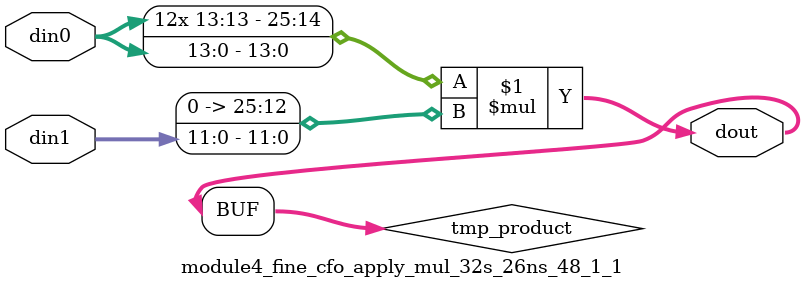
<source format=v>

`timescale 1 ns / 1 ps

 module module4_fine_cfo_apply_mul_32s_26ns_48_1_1(din0, din1, dout);
parameter ID = 1;
parameter NUM_STAGE = 0;
parameter din0_WIDTH = 14;
parameter din1_WIDTH = 12;
parameter dout_WIDTH = 26;

input [din0_WIDTH - 1 : 0] din0; 
input [din1_WIDTH - 1 : 0] din1; 
output [dout_WIDTH - 1 : 0] dout;

wire signed [dout_WIDTH - 1 : 0] tmp_product;


























assign tmp_product = $signed(din0) * $signed({1'b0, din1});









assign dout = tmp_product;





















endmodule

</source>
